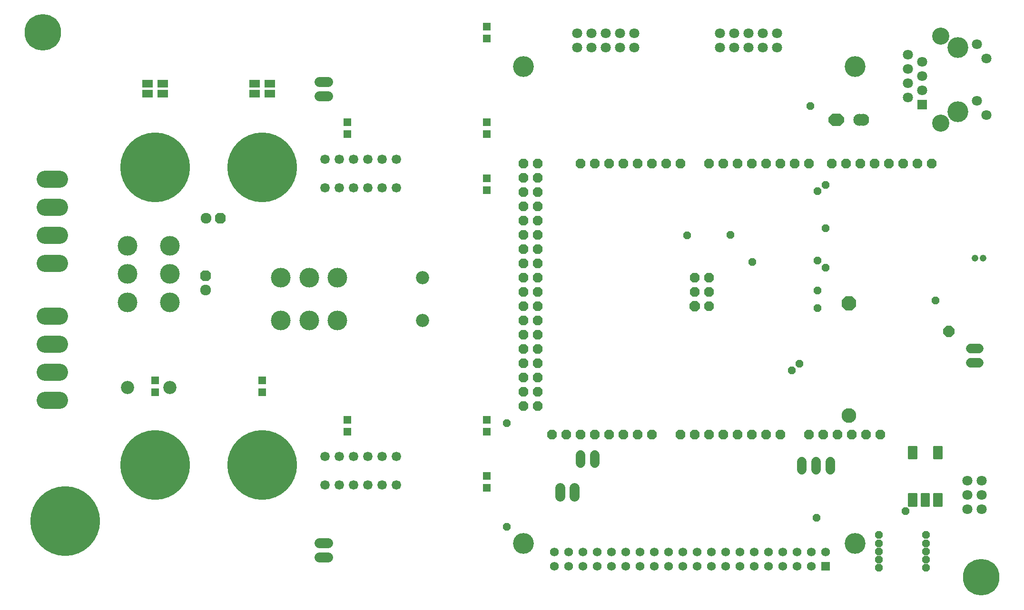
<source format=gbs>
G75*
G70*
%OFA0B0*%
%FSLAX24Y24*%
%IPPOS*%
%LPD*%
%AMOC8*
5,1,8,0,0,1.08239X$1,22.5*
%
%ADD10C,0.4885*%
%ADD11C,0.0618*%
%ADD12R,0.0618X0.0618*%
%ADD13C,0.1460*%
%ADD14R,0.0567X0.0567*%
%ADD15C,0.0672*%
%ADD16C,0.0712*%
%ADD17C,0.0476*%
%ADD18OC8,0.0780*%
%ADD19C,0.0840*%
%ADD20OC8,0.0840*%
%ADD21C,0.0712*%
%ADD22C,0.0099*%
%ADD23OC8,0.0756*%
%ADD24C,0.0756*%
%ADD25C,0.1032*%
%ADD26OC8,0.1032*%
%ADD27OC8,0.0665*%
%ADD28OC8,0.0720*%
%ADD29C,0.0665*%
%ADD30R,0.0760X0.0543*%
%ADD31C,0.1200*%
%ADD32C,0.1381*%
%ADD33C,0.0921*%
%ADD34R,0.0712X0.0712*%
%ADD35C,0.1204*%
%ADD36OC8,0.0523*%
%ADD37C,0.2562*%
D10*
X015520Y011248D03*
X021819Y015185D03*
X029319Y015185D03*
X029319Y036051D03*
X021819Y036051D03*
D11*
X049784Y009086D03*
X050784Y009086D03*
X051784Y009086D03*
X052784Y009086D03*
X053784Y009086D03*
X054784Y009086D03*
X055784Y009086D03*
X056784Y009086D03*
X057784Y009086D03*
X058784Y009086D03*
X059784Y009086D03*
X060784Y009086D03*
X061784Y009086D03*
X062784Y009086D03*
X063784Y009086D03*
X064784Y009086D03*
X065784Y009086D03*
X066784Y009086D03*
X067784Y009086D03*
X068784Y009086D03*
X067784Y008086D03*
X066784Y008086D03*
X065784Y008086D03*
X064784Y008086D03*
X063784Y008086D03*
X062784Y008086D03*
X061784Y008086D03*
X060784Y008086D03*
X059784Y008086D03*
X058784Y008086D03*
X057784Y008086D03*
X056784Y008086D03*
X055784Y008086D03*
X054784Y008086D03*
X053784Y008086D03*
X052784Y008086D03*
X051784Y008086D03*
X050784Y008086D03*
X049784Y008086D03*
D12*
X068784Y008086D03*
D13*
X070847Y009661D03*
X047619Y009661D03*
X078059Y039936D03*
X070847Y043125D03*
X078059Y044436D03*
X047619Y043125D03*
D14*
X045048Y045086D03*
X045048Y045913D03*
X045048Y039220D03*
X045048Y038393D03*
X045048Y035283D03*
X045048Y034456D03*
X035303Y038393D03*
X035303Y039220D03*
X029319Y021110D03*
X029319Y020283D03*
X035303Y018354D03*
X035303Y017527D03*
X045048Y017527D03*
X045048Y018354D03*
X045048Y014417D03*
X045048Y013590D03*
X021819Y020283D03*
X021819Y021110D03*
D15*
X051634Y015866D02*
X051634Y015306D01*
X052634Y015306D02*
X052634Y015866D01*
X067134Y015416D02*
X067134Y014856D01*
X068134Y014856D02*
X068134Y015416D01*
X069134Y015416D02*
X069134Y014856D01*
X078954Y022336D02*
X079514Y022336D01*
X079514Y023336D02*
X078954Y023336D01*
D16*
X078734Y014061D03*
X079734Y014061D03*
X079734Y013061D03*
X078734Y013061D03*
X078734Y012061D03*
X079734Y012061D03*
X080059Y039696D03*
X079390Y040696D03*
X075559Y041436D03*
X074559Y041936D03*
X074559Y040936D03*
X075559Y042436D03*
X074559Y042936D03*
X075559Y043436D03*
X074559Y043936D03*
X079390Y044676D03*
X080059Y043676D03*
X065384Y044436D03*
X065384Y045436D03*
X064384Y045436D03*
X063384Y045436D03*
X062384Y045436D03*
X061384Y045436D03*
X061384Y044436D03*
X062384Y044436D03*
X063384Y044436D03*
X064384Y044436D03*
X055384Y044436D03*
X055384Y045436D03*
X054384Y045436D03*
X053384Y045436D03*
X052384Y045436D03*
X051384Y045436D03*
X051384Y044436D03*
X052384Y044436D03*
X053384Y044436D03*
X054384Y044436D03*
D17*
X079259Y029686D03*
X079810Y029686D03*
D18*
X077409Y024536D03*
D19*
X071409Y039386D03*
X071159Y039386D03*
D20*
X069659Y039386D03*
X069409Y039386D03*
D21*
X033931Y041036D02*
X033337Y041036D01*
X033337Y042036D02*
X033931Y042036D01*
X050184Y013583D02*
X050184Y012989D01*
X051184Y012989D02*
X051184Y013583D01*
X033931Y009711D02*
X033337Y009711D01*
X033337Y008711D02*
X033931Y008711D01*
D22*
X075151Y012325D02*
X075151Y013163D01*
X075151Y012325D02*
X074589Y012325D01*
X074589Y013163D01*
X075151Y013163D01*
X075151Y012423D02*
X074589Y012423D01*
X074589Y012521D02*
X075151Y012521D01*
X075151Y012619D02*
X074589Y012619D01*
X074589Y012717D02*
X075151Y012717D01*
X075151Y012815D02*
X074589Y012815D01*
X074589Y012913D02*
X075151Y012913D01*
X075151Y013011D02*
X074589Y013011D01*
X074589Y013109D02*
X075151Y013109D01*
X076037Y013163D02*
X076037Y012325D01*
X075475Y012325D01*
X075475Y013163D01*
X076037Y013163D01*
X076037Y012423D02*
X075475Y012423D01*
X075475Y012521D02*
X076037Y012521D01*
X076037Y012619D02*
X075475Y012619D01*
X075475Y012717D02*
X076037Y012717D01*
X076037Y012815D02*
X075475Y012815D01*
X075475Y012913D02*
X076037Y012913D01*
X076037Y013011D02*
X075475Y013011D01*
X075475Y013109D02*
X076037Y013109D01*
X076923Y013163D02*
X076923Y012325D01*
X076361Y012325D01*
X076361Y013163D01*
X076923Y013163D01*
X076923Y012423D02*
X076361Y012423D01*
X076361Y012521D02*
X076923Y012521D01*
X076923Y012619D02*
X076361Y012619D01*
X076361Y012717D02*
X076923Y012717D01*
X076923Y012815D02*
X076361Y012815D01*
X076361Y012913D02*
X076923Y012913D01*
X076923Y013011D02*
X076361Y013011D01*
X076361Y013109D02*
X076923Y013109D01*
X076923Y015632D02*
X076923Y016470D01*
X076923Y015632D02*
X076361Y015632D01*
X076361Y016470D01*
X076923Y016470D01*
X076923Y015730D02*
X076361Y015730D01*
X076361Y015828D02*
X076923Y015828D01*
X076923Y015926D02*
X076361Y015926D01*
X076361Y016024D02*
X076923Y016024D01*
X076923Y016122D02*
X076361Y016122D01*
X076361Y016220D02*
X076923Y016220D01*
X076923Y016318D02*
X076361Y016318D01*
X076361Y016416D02*
X076923Y016416D01*
X075151Y016470D02*
X075151Y015632D01*
X074589Y015632D01*
X074589Y016470D01*
X075151Y016470D01*
X075151Y015730D02*
X074589Y015730D01*
X074589Y015828D02*
X075151Y015828D01*
X075151Y015926D02*
X074589Y015926D01*
X074589Y016024D02*
X075151Y016024D01*
X075151Y016122D02*
X074589Y016122D01*
X074589Y016220D02*
X075151Y016220D01*
X075151Y016318D02*
X074589Y016318D01*
X074589Y016416D02*
X075151Y016416D01*
D23*
X026384Y032486D03*
X025359Y028436D03*
D24*
X025359Y027436D03*
X025384Y032486D03*
D25*
X070409Y018656D03*
D26*
X070409Y026526D03*
D27*
X060634Y026311D03*
X060634Y027311D03*
X059634Y027311D03*
X059634Y028311D03*
X060634Y028311D03*
X048634Y028311D03*
X048634Y029311D03*
X047634Y029311D03*
X047634Y028311D03*
X047634Y027311D03*
X048634Y027311D03*
X048634Y026311D03*
X047634Y026311D03*
X047634Y025311D03*
X048634Y025311D03*
X048634Y024311D03*
X047634Y024311D03*
X047634Y023311D03*
X048634Y023311D03*
X048634Y022311D03*
X047634Y022311D03*
X047634Y021311D03*
X048634Y021311D03*
X048634Y020311D03*
X047634Y020311D03*
X047634Y019311D03*
X048634Y019311D03*
X049634Y017311D03*
X050634Y017311D03*
X051634Y017311D03*
X052634Y017311D03*
X053634Y017311D03*
X054634Y017311D03*
X055634Y017311D03*
X056634Y017311D03*
X058634Y017311D03*
X059634Y017311D03*
X060634Y017311D03*
X061634Y017311D03*
X062634Y017311D03*
X063634Y017311D03*
X064634Y017311D03*
X065634Y017311D03*
X067634Y017311D03*
X068634Y017311D03*
X069634Y017311D03*
X070634Y017311D03*
X071634Y017311D03*
X072634Y017311D03*
X048634Y030311D03*
X047634Y030311D03*
X047634Y031311D03*
X048634Y031311D03*
X048634Y032311D03*
X048634Y033311D03*
X047634Y033311D03*
X047634Y032311D03*
X047634Y034311D03*
X048634Y034311D03*
X048634Y035311D03*
X047634Y035311D03*
X047634Y036311D03*
X048634Y036311D03*
X051634Y036311D03*
X052634Y036311D03*
X053634Y036311D03*
X054634Y036311D03*
X055634Y036311D03*
X056634Y036311D03*
X057634Y036311D03*
X058634Y036311D03*
X060634Y036311D03*
X061634Y036311D03*
X062634Y036311D03*
X063634Y036311D03*
X064634Y036311D03*
X065634Y036311D03*
X066634Y036311D03*
X067634Y036311D03*
X069234Y036311D03*
X070234Y036311D03*
X071234Y036311D03*
X072234Y036311D03*
X073234Y036311D03*
X074234Y036311D03*
X075234Y036311D03*
X076234Y036311D03*
D28*
X059634Y026311D03*
D29*
X038734Y034611D03*
X037734Y034611D03*
X036734Y034611D03*
X035734Y034611D03*
X034734Y034611D03*
X033734Y034611D03*
X033734Y036611D03*
X034734Y036611D03*
X035734Y036611D03*
X036734Y036611D03*
X037734Y036611D03*
X038734Y036611D03*
X038734Y015761D03*
X037734Y015761D03*
X036734Y015761D03*
X035734Y015761D03*
X034734Y015761D03*
X033734Y015761D03*
X033734Y013761D03*
X034734Y013761D03*
X035734Y013761D03*
X036734Y013761D03*
X037734Y013761D03*
X038734Y013761D03*
D30*
X029851Y041218D03*
X029851Y041907D03*
X028788Y041907D03*
X028788Y041218D03*
X022351Y041218D03*
X022351Y041907D03*
X021288Y041907D03*
X021288Y041218D03*
D31*
X015134Y035211D02*
X014134Y035211D01*
X014134Y033242D02*
X015134Y033242D01*
X015134Y031274D02*
X014134Y031274D01*
X014134Y029305D02*
X015134Y029305D01*
X015134Y025611D02*
X014134Y025611D01*
X014134Y023642D02*
X015134Y023642D01*
X015134Y021674D02*
X014134Y021674D01*
X014134Y019705D02*
X015134Y019705D01*
D32*
X019896Y026578D03*
X022872Y026578D03*
X022872Y028562D03*
X019896Y028562D03*
X019896Y030546D03*
X022872Y030546D03*
X030623Y028299D03*
X032608Y028299D03*
X034592Y028299D03*
X034592Y025323D03*
X032608Y025323D03*
X030623Y025323D03*
D33*
X022872Y020625D03*
X019896Y020625D03*
X040545Y025323D03*
X040545Y028299D03*
D34*
X075559Y040436D03*
D35*
X076858Y039135D03*
X076858Y045237D03*
D36*
X067709Y040336D03*
X068784Y034811D03*
X068209Y034386D03*
X068784Y031786D03*
X068209Y029511D03*
X068784Y029011D03*
X068209Y027411D03*
X068209Y026161D03*
X063659Y029411D03*
X062109Y031311D03*
X059084Y031261D03*
X076484Y026711D03*
X066959Y022261D03*
X066409Y021811D03*
X074384Y011936D03*
X075809Y010261D03*
X075809Y009686D03*
X075809Y009111D03*
X075809Y008536D03*
X075809Y007961D03*
X072509Y007961D03*
X072509Y008536D03*
X072509Y009111D03*
X072509Y009686D03*
X072509Y010261D03*
X068159Y011461D03*
X046459Y010836D03*
X046459Y018111D03*
D37*
X079693Y007311D03*
X013945Y045500D03*
M02*

</source>
